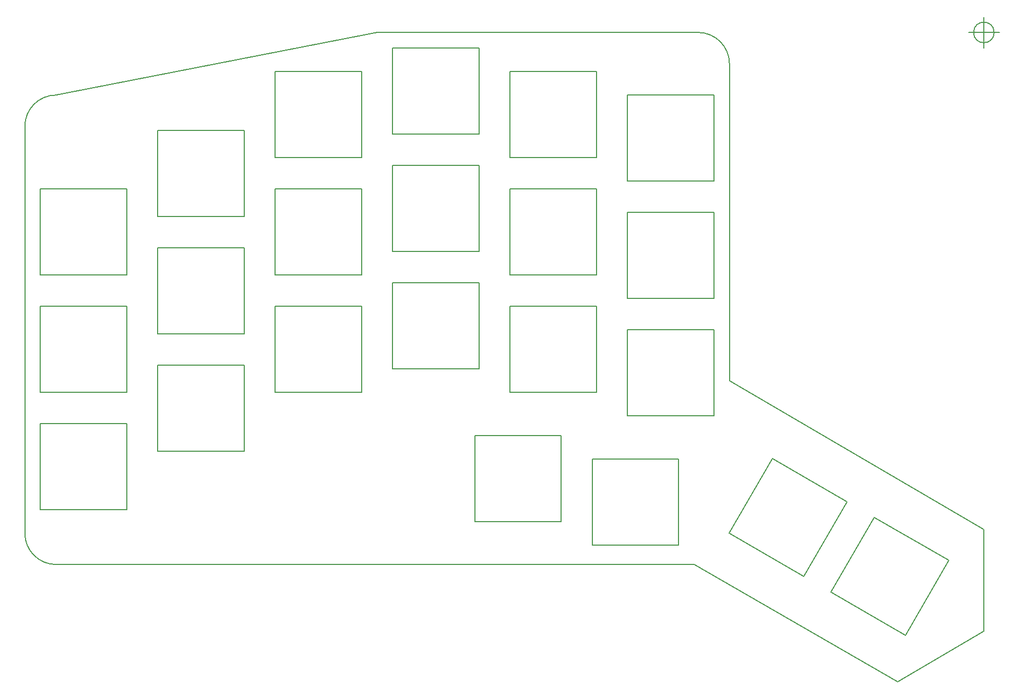
<source format=gm1>
G04 #@! TF.GenerationSoftware,KiCad,Pcbnew,5.0.2-bee76a0~70~ubuntu18.04.1*
G04 #@! TF.CreationDate,2019-07-25T02:00:29+09:00*
G04 #@! TF.ProjectId,topR,746f7052-2e6b-4696-9361-645f70636258,rev?*
G04 #@! TF.SameCoordinates,Original*
G04 #@! TF.FileFunction,Profile,NP*
%FSLAX46Y46*%
G04 Gerber Fmt 4.6, Leading zero omitted, Abs format (unit mm)*
G04 Created by KiCad (PCBNEW 5.0.2-bee76a0~70~ubuntu18.04.1) date 2019年07月25日 02時00分29秒*
%MOMM*%
%LPD*%
G01*
G04 APERTURE LIST*
%ADD10C,0.150000*%
G04 #@! TA.AperFunction,NonConductor*
%ADD11C,0.150000*%
G04 #@! TD*
G04 APERTURE END LIST*
D10*
X184634841Y-47839426D02*
G75*
G03X179554841Y-42759426I-5080000J0D01*
G01*
X184634841Y-99274426D02*
X184634841Y-47839426D01*
X225909841Y-123404426D02*
X184634841Y-99274426D01*
X227576507Y-42759426D02*
G75*
G03X227576507Y-42759426I-1666666J0D01*
G01*
X223409841Y-42759426D02*
X228409841Y-42759426D01*
X225909841Y-40259426D02*
X225909841Y-45259426D01*
X211939841Y-148169426D02*
X225909841Y-139914426D01*
X75414841Y-52919426D02*
G75*
G03X70334841Y-57999426I0J-5080000D01*
G01*
X70334841Y-124039426D02*
G75*
G03X75414841Y-129119426I5080000J0D01*
G01*
X225909841Y-139914426D02*
X225909841Y-123404426D01*
X178919841Y-129119426D02*
X211939841Y-148169426D01*
X75414841Y-129119426D02*
X178919841Y-129119426D01*
X70334841Y-57999426D02*
X70334841Y-124039426D01*
X127484841Y-42759426D02*
X75414841Y-52919426D01*
X179554841Y-42759426D02*
X127484841Y-42759426D01*
D11*
G04 #@! TO.C,SW8*
X163059841Y-101194426D02*
X163059841Y-87194426D01*
X149059841Y-101194426D02*
X163059841Y-101194426D01*
X149059841Y-87194426D02*
X163059841Y-87194426D01*
X149059841Y-101194426D02*
X149059841Y-87194426D01*
G04 #@! TO.C,SW19*
X220232019Y-128462248D02*
X208107663Y-121462248D01*
X213232019Y-140586604D02*
X220232019Y-128462248D01*
X201107663Y-133586604D02*
X208107663Y-121462248D01*
X213232019Y-140586604D02*
X201107663Y-133586604D01*
G04 #@! TO.C,SW20*
X203722019Y-118937248D02*
X191597663Y-111937248D01*
X196722019Y-131061604D02*
X203722019Y-118937248D01*
X184597663Y-124061604D02*
X191597663Y-111937248D01*
X196722019Y-131061604D02*
X184597663Y-124061604D01*
G04 #@! TO.C,SW16*
X124959841Y-101194426D02*
X124959841Y-87194426D01*
X110959841Y-101194426D02*
X124959841Y-101194426D01*
X110959841Y-87194426D02*
X124959841Y-87194426D01*
X110959841Y-101194426D02*
X110959841Y-87194426D01*
G04 #@! TO.C,SW8*
X163059841Y-82144426D02*
X163059841Y-68144426D01*
X149059841Y-82144426D02*
X163059841Y-82144426D01*
X149059841Y-68144426D02*
X163059841Y-68144426D01*
X149059841Y-82144426D02*
X149059841Y-68144426D01*
G04 #@! TO.C,SW22*
X157344841Y-122149426D02*
X157344841Y-108149426D01*
X143344841Y-122149426D02*
X157344841Y-122149426D01*
X143344841Y-108149426D02*
X157344841Y-108149426D01*
X143344841Y-122149426D02*
X143344841Y-108149426D01*
G04 #@! TO.C,SW21*
X176394841Y-125959426D02*
X176394841Y-111959426D01*
X162394841Y-125959426D02*
X176394841Y-125959426D01*
X162394841Y-111959426D02*
X176394841Y-111959426D01*
X162394841Y-125959426D02*
X162394841Y-111959426D01*
G04 #@! TO.C,SW1*
X182109841Y-66904426D02*
X182109841Y-52904426D01*
X168109841Y-66904426D02*
X182109841Y-66904426D01*
X168109841Y-52904426D02*
X182109841Y-52904426D01*
X168109841Y-66904426D02*
X168109841Y-52904426D01*
G04 #@! TO.C,SW2*
X163059841Y-63094426D02*
X163059841Y-49094426D01*
X149059841Y-63094426D02*
X163059841Y-63094426D01*
X149059841Y-49094426D02*
X163059841Y-49094426D01*
X149059841Y-63094426D02*
X149059841Y-49094426D01*
G04 #@! TO.C,SW3*
X144009841Y-59284426D02*
X144009841Y-45284426D01*
X130009841Y-59284426D02*
X144009841Y-59284426D01*
X130009841Y-45284426D02*
X144009841Y-45284426D01*
X130009841Y-59284426D02*
X130009841Y-45284426D01*
G04 #@! TO.C,SW4*
X124959841Y-63094426D02*
X124959841Y-49094426D01*
X110959841Y-63094426D02*
X124959841Y-63094426D01*
X110959841Y-49094426D02*
X124959841Y-49094426D01*
X110959841Y-63094426D02*
X110959841Y-49094426D01*
G04 #@! TO.C,SW5*
X105909841Y-72619426D02*
X105909841Y-58619426D01*
X91909841Y-72619426D02*
X105909841Y-72619426D01*
X91909841Y-58619426D02*
X105909841Y-58619426D01*
X91909841Y-72619426D02*
X91909841Y-58619426D01*
G04 #@! TO.C,SW6*
X86859841Y-82144426D02*
X86859841Y-68144426D01*
X72859841Y-82144426D02*
X86859841Y-82144426D01*
X72859841Y-68144426D02*
X86859841Y-68144426D01*
X72859841Y-82144426D02*
X72859841Y-68144426D01*
G04 #@! TO.C,SW7*
X182109841Y-85954426D02*
X182109841Y-71954426D01*
X168109841Y-85954426D02*
X182109841Y-85954426D01*
X168109841Y-71954426D02*
X182109841Y-71954426D01*
X168109841Y-85954426D02*
X168109841Y-71954426D01*
G04 #@! TO.C,SW9*
X144009841Y-78334426D02*
X144009841Y-64334426D01*
X130009841Y-78334426D02*
X144009841Y-78334426D01*
X130009841Y-64334426D02*
X144009841Y-64334426D01*
X130009841Y-78334426D02*
X130009841Y-64334426D01*
G04 #@! TO.C,SW10*
X124959841Y-82144426D02*
X124959841Y-68144426D01*
X110959841Y-82144426D02*
X124959841Y-82144426D01*
X110959841Y-68144426D02*
X124959841Y-68144426D01*
X110959841Y-82144426D02*
X110959841Y-68144426D01*
G04 #@! TO.C,SW11*
X105909841Y-91669426D02*
X105909841Y-77669426D01*
X91909841Y-91669426D02*
X105909841Y-91669426D01*
X91909841Y-77669426D02*
X105909841Y-77669426D01*
X91909841Y-91669426D02*
X91909841Y-77669426D01*
G04 #@! TO.C,SW12*
X86859841Y-101194426D02*
X86859841Y-87194426D01*
X72859841Y-101194426D02*
X86859841Y-101194426D01*
X72859841Y-87194426D02*
X86859841Y-87194426D01*
X72859841Y-101194426D02*
X72859841Y-87194426D01*
G04 #@! TO.C,SW13*
X182109841Y-105004426D02*
X182109841Y-91004426D01*
X168109841Y-105004426D02*
X182109841Y-105004426D01*
X168109841Y-91004426D02*
X182109841Y-91004426D01*
X168109841Y-105004426D02*
X168109841Y-91004426D01*
G04 #@! TO.C,SW15*
X144009841Y-97384426D02*
X144009841Y-83384426D01*
X130009841Y-97384426D02*
X144009841Y-97384426D01*
X130009841Y-83384426D02*
X144009841Y-83384426D01*
X130009841Y-97384426D02*
X130009841Y-83384426D01*
G04 #@! TO.C,SW17*
X105909841Y-110719426D02*
X105909841Y-96719426D01*
X91909841Y-110719426D02*
X105909841Y-110719426D01*
X91909841Y-96719426D02*
X105909841Y-96719426D01*
X91909841Y-110719426D02*
X91909841Y-96719426D01*
G04 #@! TO.C,SW18*
X86859841Y-120244426D02*
X86859841Y-106244426D01*
X72859841Y-120244426D02*
X86859841Y-120244426D01*
X72859841Y-106244426D02*
X86859841Y-106244426D01*
X72859841Y-120244426D02*
X72859841Y-106244426D01*
G04 #@! TD*
M02*

</source>
